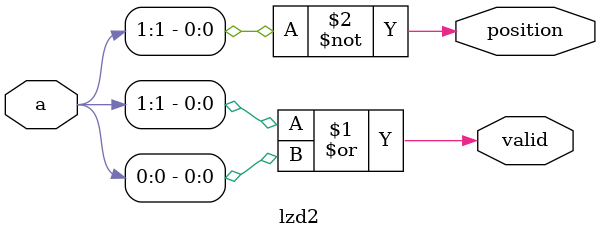
<source format=sv>
module lzd2 (
    input  logic [1:0] a,
    output logic       position,
    output logic       valid
);
    assign valid = a[1] | a[0]; 
    assign position = ~a[1]; 
endmodule

</source>
